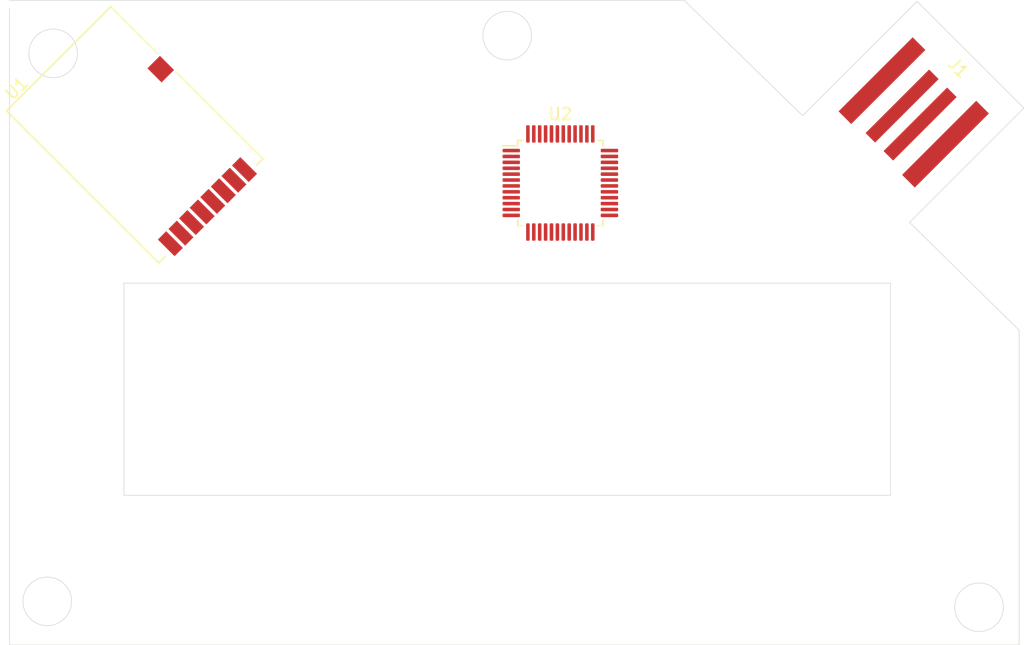
<source format=kicad_pcb>
(kicad_pcb (version 20171130) (host pcbnew 5.1.4)

  (general
    (thickness 1.6)
    (drawings 17)
    (tracks 0)
    (zones 0)
    (modules 3)
    (nets 62)
  )

  (page A4)
  (layers
    (0 F.Cu signal)
    (31 B.Cu signal)
    (32 B.Adhes user)
    (33 F.Adhes user)
    (34 B.Paste user)
    (35 F.Paste user)
    (36 B.SilkS user)
    (37 F.SilkS user)
    (38 B.Mask user)
    (39 F.Mask user)
    (40 Dwgs.User user)
    (41 Cmts.User user)
    (42 Eco1.User user)
    (43 Eco2.User user)
    (44 Edge.Cuts user)
    (45 Margin user)
    (46 B.CrtYd user)
    (47 F.CrtYd user)
    (48 B.Fab user)
    (49 F.Fab user)
  )

  (setup
    (last_trace_width 0.25)
    (trace_clearance 0.2)
    (zone_clearance 0.508)
    (zone_45_only no)
    (trace_min 0.2)
    (via_size 0.8)
    (via_drill 0.4)
    (via_min_size 0.4)
    (via_min_drill 0.3)
    (uvia_size 0.3)
    (uvia_drill 0.1)
    (uvias_allowed no)
    (uvia_min_size 0.2)
    (uvia_min_drill 0.1)
    (edge_width 0.05)
    (segment_width 0.2)
    (pcb_text_width 0.3)
    (pcb_text_size 1.5 1.5)
    (mod_edge_width 0.12)
    (mod_text_size 1 1)
    (mod_text_width 0.15)
    (pad_size 1.524 1.524)
    (pad_drill 0.762)
    (pad_to_mask_clearance 0.051)
    (solder_mask_min_width 0.25)
    (aux_axis_origin 0 0)
    (visible_elements FFFFFF7F)
    (pcbplotparams
      (layerselection 0x010fc_ffffffff)
      (usegerberextensions false)
      (usegerberattributes false)
      (usegerberadvancedattributes false)
      (creategerberjobfile false)
      (excludeedgelayer true)
      (linewidth 0.100000)
      (plotframeref false)
      (viasonmask false)
      (mode 1)
      (useauxorigin false)
      (hpglpennumber 1)
      (hpglpenspeed 20)
      (hpglpendiameter 15.000000)
      (psnegative false)
      (psa4output false)
      (plotreference true)
      (plotvalue true)
      (plotinvisibletext false)
      (padsonsilk false)
      (subtractmaskfromsilk false)
      (outputformat 1)
      (mirror false)
      (drillshape 1)
      (scaleselection 1)
      (outputdirectory ""))
  )

  (net 0 "")
  (net 1 "Net-(U1-Pad8)")
  (net 2 "Net-(U1-Pad7)")
  (net 3 "Net-(U1-Pad6)")
  (net 4 "Net-(U1-Pad5)")
  (net 5 "Net-(U1-Pad4)")
  (net 6 "Net-(U1-Pad3)")
  (net 7 "Net-(U1-Pad2)")
  (net 8 "Net-(U1-Pad1)")
  (net 9 "Net-(U2-Pad48)")
  (net 10 "Net-(U2-Pad47)")
  (net 11 "Net-(U2-Pad46)")
  (net 12 "Net-(U2-Pad45)")
  (net 13 "Net-(U2-Pad44)")
  (net 14 "Net-(U2-Pad43)")
  (net 15 "Net-(U2-Pad42)")
  (net 16 "Net-(U2-Pad41)")
  (net 17 "Net-(U2-Pad40)")
  (net 18 "Net-(U2-Pad39)")
  (net 19 "Net-(U2-Pad38)")
  (net 20 "Net-(U2-Pad37)")
  (net 21 "Net-(U2-Pad36)")
  (net 22 "Net-(U2-Pad35)")
  (net 23 "Net-(U2-Pad34)")
  (net 24 "Net-(U2-Pad33)")
  (net 25 "Net-(U2-Pad32)")
  (net 26 "Net-(U2-Pad31)")
  (net 27 "Net-(U2-Pad30)")
  (net 28 "Net-(U2-Pad29)")
  (net 29 "Net-(U2-Pad28)")
  (net 30 "Net-(U2-Pad27)")
  (net 31 "Net-(U2-Pad26)")
  (net 32 "Net-(U2-Pad25)")
  (net 33 "Net-(U2-Pad24)")
  (net 34 "Net-(U2-Pad23)")
  (net 35 "Net-(U2-Pad22)")
  (net 36 "Net-(U2-Pad21)")
  (net 37 "Net-(U2-Pad20)")
  (net 38 "Net-(U2-Pad19)")
  (net 39 "Net-(U2-Pad18)")
  (net 40 "Net-(U2-Pad17)")
  (net 41 "Net-(U2-Pad16)")
  (net 42 "Net-(U2-Pad15)")
  (net 43 "Net-(U2-Pad14)")
  (net 44 "Net-(U2-Pad13)")
  (net 45 "Net-(U2-Pad12)")
  (net 46 "Net-(U2-Pad11)")
  (net 47 "Net-(U2-Pad10)")
  (net 48 "Net-(U2-Pad9)")
  (net 49 "Net-(U2-Pad8)")
  (net 50 "Net-(U2-Pad7)")
  (net 51 "Net-(U2-Pad6)")
  (net 52 "Net-(U2-Pad5)")
  (net 53 "Net-(U2-Pad4)")
  (net 54 "Net-(U2-Pad3)")
  (net 55 "Net-(U2-Pad2)")
  (net 56 "Net-(U2-Pad1)")
  (net 57 "Net-(U1-Pad9)")
  (net 58 "Net-(J1-Pad3)")
  (net 59 "Net-(J1-Pad2)")
  (net 60 "Net-(J1-Pad1)")
  (net 61 "Net-(J1-Pad4)")

  (net_class Default "This is the default net class."
    (clearance 0.2)
    (trace_width 0.25)
    (via_dia 0.8)
    (via_drill 0.4)
    (uvia_dia 0.3)
    (uvia_drill 0.1)
    (add_net "Net-(J1-Pad1)")
    (add_net "Net-(J1-Pad2)")
    (add_net "Net-(J1-Pad3)")
    (add_net "Net-(J1-Pad4)")
    (add_net "Net-(U1-Pad1)")
    (add_net "Net-(U1-Pad2)")
    (add_net "Net-(U1-Pad3)")
    (add_net "Net-(U1-Pad4)")
    (add_net "Net-(U1-Pad5)")
    (add_net "Net-(U1-Pad6)")
    (add_net "Net-(U1-Pad7)")
    (add_net "Net-(U1-Pad8)")
    (add_net "Net-(U1-Pad9)")
    (add_net "Net-(U2-Pad1)")
    (add_net "Net-(U2-Pad10)")
    (add_net "Net-(U2-Pad11)")
    (add_net "Net-(U2-Pad12)")
    (add_net "Net-(U2-Pad13)")
    (add_net "Net-(U2-Pad14)")
    (add_net "Net-(U2-Pad15)")
    (add_net "Net-(U2-Pad16)")
    (add_net "Net-(U2-Pad17)")
    (add_net "Net-(U2-Pad18)")
    (add_net "Net-(U2-Pad19)")
    (add_net "Net-(U2-Pad2)")
    (add_net "Net-(U2-Pad20)")
    (add_net "Net-(U2-Pad21)")
    (add_net "Net-(U2-Pad22)")
    (add_net "Net-(U2-Pad23)")
    (add_net "Net-(U2-Pad24)")
    (add_net "Net-(U2-Pad25)")
    (add_net "Net-(U2-Pad26)")
    (add_net "Net-(U2-Pad27)")
    (add_net "Net-(U2-Pad28)")
    (add_net "Net-(U2-Pad29)")
    (add_net "Net-(U2-Pad3)")
    (add_net "Net-(U2-Pad30)")
    (add_net "Net-(U2-Pad31)")
    (add_net "Net-(U2-Pad32)")
    (add_net "Net-(U2-Pad33)")
    (add_net "Net-(U2-Pad34)")
    (add_net "Net-(U2-Pad35)")
    (add_net "Net-(U2-Pad36)")
    (add_net "Net-(U2-Pad37)")
    (add_net "Net-(U2-Pad38)")
    (add_net "Net-(U2-Pad39)")
    (add_net "Net-(U2-Pad4)")
    (add_net "Net-(U2-Pad40)")
    (add_net "Net-(U2-Pad41)")
    (add_net "Net-(U2-Pad42)")
    (add_net "Net-(U2-Pad43)")
    (add_net "Net-(U2-Pad44)")
    (add_net "Net-(U2-Pad45)")
    (add_net "Net-(U2-Pad46)")
    (add_net "Net-(U2-Pad47)")
    (add_net "Net-(U2-Pad48)")
    (add_net "Net-(U2-Pad5)")
    (add_net "Net-(U2-Pad6)")
    (add_net "Net-(U2-Pad7)")
    (add_net "Net-(U2-Pad8)")
    (add_net "Net-(U2-Pad9)")
  )

  (module Connector_USB:USB_A_Pads_On_PCB (layer F.Cu) (tedit 5DAC9093) (tstamp 5DAD00ED)
    (at 137.111846 61.36151 315)
    (descr "Footprint to be used as cost-less USB A connector")
    (tags "USB-A PCB USB")
    (path /5DAC935D)
    (attr virtual)
    (fp_text reference J1 (at 0 -12.192 135) (layer F.SilkS)
      (effects (font (size 1 1) (thickness 0.15)))
    )
    (fp_text value USB_A (at 0.254 2.286 135) (layer F.Fab)
      (effects (font (size 1 1) (thickness 0.15)))
    )
    (fp_line (start 6.35 0) (end -6.4565 0) (layer F.CrtYd) (width 0.05))
    (fp_line (start 6.0425 -0.071) (end 6.0325 -13.335) (layer Dwgs.User) (width 0.1))
    (fp_line (start -6.0325 0) (end -6.0325 -13.335) (layer Dwgs.User) (width 0.1))
    (fp_line (start 5.842 -0.254) (end -6.096 -0.254) (layer F.Fab) (width 0.1))
    (fp_line (start -6.096 -0.254) (end -6.096 -13.462) (layer F.Fab) (width 0.1))
    (fp_line (start 6.096 -0.254) (end 6.0885 -13.462) (layer F.Fab) (width 0.1))
    (fp_line (start 6.0885 -13.462) (end -6.096 -13.462) (layer F.Fab) (width 0.1))
    (fp_line (start -6.0325 -13.335) (end 6.0325 -13.335) (layer Dwgs.User) (width 0.1))
    (fp_text user "PCB Edge" (at 0.05 -14.5195 135) (layer Dwgs.User)
      (effects (font (size 0.6 0.6) (thickness 0.09)))
    )
    (fp_line (start -6.4565 0) (end -6.4565 -13.716) (layer F.CrtYd) (width 0.05))
    (fp_line (start 6.35 -13.716) (end -6.4565 -13.716) (layer F.CrtYd) (width 0.05))
    (fp_text user %R (at 3.81 1.016 315) (layer F.Fab)
      (effects (font (size 1 1) (thickness 0.15)))
    )
    (fp_line (start 6.35 0) (end 6.35 -13.716) (layer F.CrtYd) (width 0.05))
    (pad 3 smd rect (at 1.0795 -6.5405 315) (size 1.143 7.62) (layers F.Cu F.Paste F.Mask)
      (net 58 "Net-(J1-Pad3)"))
    (pad 2 smd rect (at -1.0795 -6.5405 315) (size 1.143 7.62) (layers F.Cu F.Paste F.Mask)
      (net 59 "Net-(J1-Pad2)"))
    (pad 1 smd rect (at -3.81 -6.858 315) (size 1.524 8.89) (layers F.Cu F.Paste F.Mask)
      (net 60 "Net-(J1-Pad1)"))
    (pad 4 smd rect (at 3.81 -6.858 315) (size 1.524 8.89) (layers F.Cu F.Paste F.Mask)
      (net 61 "Net-(J1-Pad4)"))
    (model ${KISYS3DMOD}/Connector_USB.3dshapes/USB_A_CNCTech_1001-011-01101_Horizontal.wrl
      (at (xyz 0 0 0))
      (scale (xyz 1 1 1))
      (rotate (xyz 0 0 0))
    )
  )

  (module RF_Module:nRF24L01_Breakout_Smd (layer F.Cu) (tedit 5DAC5F83) (tstamp 5DAC6705)
    (at 76 58.5 45)
    (descr "Wi-Fi Module, http://wiki.ai-thinker.com/_media/esp8266/docs/a007ps01a2_esp-07_product_specification_v1.2.pdf")
    (tags "Wi-Fi Module")
    (path /5DAD72F4)
    (attr smd)
    (fp_text reference U1 (at -4.3 -10 45) (layer F.SilkS)
      (effects (font (size 1 1) (thickness 0.15)))
    )
    (fp_text value NRF24L01_Breakout_Smd (at 0 11 45) (layer F.Fab)
      (effects (font (size 1 1) (thickness 0.15)))
    )
    (fp_line (start -5.5 9) (end -6.25 9) (layer F.SilkS) (width 0.12))
    (fp_line (start -6 -9) (end 6 -9) (layer F.Fab) (width 0.1))
    (fp_line (start 6.25 -9.25) (end -6.25 -9.25) (layer F.SilkS) (width 0.12))
    (fp_line (start 6.25 -3.6) (end 6.25 -9.25) (layer F.SilkS) (width 0.12))
    (fp_line (start -6.25 9) (end -6.25 -9.25) (layer F.SilkS) (width 0.12))
    (fp_line (start 6.25 9) (end 5.5 9) (layer F.SilkS) (width 0.12))
    (fp_line (start 6.25 -1.4) (end 6.25 9) (layer F.SilkS) (width 0.12))
    (fp_line (start -6.25 9.85) (end -6.25 -9.25) (layer F.CrtYd) (width 0.05))
    (fp_line (start 6.25 9.85) (end -6.25 9.85) (layer F.CrtYd) (width 0.05))
    (fp_line (start 6.25 -9.25) (end 6.25 9.85) (layer F.CrtYd) (width 0.05))
    (fp_line (start -6.25 -9.25) (end 6.25 -9.25) (layer F.CrtYd) (width 0.05))
    (fp_line (start -6 9) (end -6 -9) (layer F.Fab) (width 0.1))
    (fp_line (start 6 9) (end 6 -9) (layer F.Fab) (width 0.1))
    (fp_line (start -6 9) (end 6 9) (layer F.Fab) (width 0.1))
    (fp_text user %R (at 0 0 45) (layer F.Fab)
      (effects (font (size 1 1) (thickness 0.15)))
    )
    (pad 9 smd rect (at 5.5 -2.5 45) (size 1.5 1.7) (layers F.Cu F.Paste F.Mask)
      (net 57 "Net-(U1-Pad9)"))
    (pad 1 smd rect (at -4.395 8.55 45) (size 1 2) (layers F.Cu F.Paste F.Mask)
      (net 8 "Net-(U1-Pad1)"))
    (pad 2 smd rect (at -3.125 8.55 45) (size 1 2) (layers F.Cu F.Paste F.Mask)
      (net 7 "Net-(U1-Pad2)"))
    (pad 3 smd rect (at -1.855 8.55 45) (size 1 2) (layers F.Cu F.Paste F.Mask)
      (net 6 "Net-(U1-Pad3)"))
    (pad 4 smd rect (at -0.585 8.55 45) (size 1 2) (layers F.Cu F.Paste F.Mask)
      (net 5 "Net-(U1-Pad4)"))
    (pad 5 smd rect (at 0.685 8.55 45) (size 1 2) (layers F.Cu F.Paste F.Mask)
      (net 4 "Net-(U1-Pad5)"))
    (pad 6 smd rect (at 1.955 8.55 45) (size 1 2) (layers F.Cu F.Paste F.Mask)
      (net 3 "Net-(U1-Pad6)"))
    (pad 7 smd rect (at 3.225 8.55 45) (size 1 2) (layers F.Cu F.Paste F.Mask)
      (net 2 "Net-(U1-Pad7)"))
    (pad 8 smd rect (at 4.495 8.55 45) (size 1 2) (layers F.Cu F.Paste F.Mask)
      (net 1 "Net-(U1-Pad8)"))
    (model ${KISYS3DMOD}/RF_Module.3dshapes/ESP-07.wrl
      (at (xyz 0 0 0))
      (scale (xyz 1 1 1))
      (rotate (xyz 0 0 0))
    )
  )

  (module Package_QFP:LQFP-48_7x7mm_P0.5mm (layer F.Cu) (tedit 5C18330E) (tstamp 5D9A7F0B)
    (at 112 62.5)
    (descr "LQFP, 48 Pin (https://www.analog.com/media/en/technical-documentation/data-sheets/ltc2358-16.pdf), generated with kicad-footprint-generator ipc_gullwing_generator.py")
    (tags "LQFP QFP")
    (path /5D9B1A7A)
    (attr smd)
    (fp_text reference U2 (at 0 -5.85) (layer F.SilkS)
      (effects (font (size 1 1) (thickness 0.15)))
    )
    (fp_text value STM32F070CBTx (at 0 5.85) (layer F.Fab)
      (effects (font (size 1 1) (thickness 0.15)))
    )
    (fp_text user %R (at -1.5 1.5) (layer F.Fab)
      (effects (font (size 1 1) (thickness 0.15)))
    )
    (fp_line (start 5.15 3.15) (end 5.15 0) (layer F.CrtYd) (width 0.05))
    (fp_line (start 3.75 3.15) (end 5.15 3.15) (layer F.CrtYd) (width 0.05))
    (fp_line (start 3.75 3.75) (end 3.75 3.15) (layer F.CrtYd) (width 0.05))
    (fp_line (start 3.15 3.75) (end 3.75 3.75) (layer F.CrtYd) (width 0.05))
    (fp_line (start 3.15 5.15) (end 3.15 3.75) (layer F.CrtYd) (width 0.05))
    (fp_line (start 0 5.15) (end 3.15 5.15) (layer F.CrtYd) (width 0.05))
    (fp_line (start -5.15 3.15) (end -5.15 0) (layer F.CrtYd) (width 0.05))
    (fp_line (start -3.75 3.15) (end -5.15 3.15) (layer F.CrtYd) (width 0.05))
    (fp_line (start -3.75 3.75) (end -3.75 3.15) (layer F.CrtYd) (width 0.05))
    (fp_line (start -3.15 3.75) (end -3.75 3.75) (layer F.CrtYd) (width 0.05))
    (fp_line (start -3.15 5.15) (end -3.15 3.75) (layer F.CrtYd) (width 0.05))
    (fp_line (start 0 5.15) (end -3.15 5.15) (layer F.CrtYd) (width 0.05))
    (fp_line (start 5.15 -3.15) (end 5.15 0) (layer F.CrtYd) (width 0.05))
    (fp_line (start 3.75 -3.15) (end 5.15 -3.15) (layer F.CrtYd) (width 0.05))
    (fp_line (start 3.75 -3.75) (end 3.75 -3.15) (layer F.CrtYd) (width 0.05))
    (fp_line (start 3.15 -3.75) (end 3.75 -3.75) (layer F.CrtYd) (width 0.05))
    (fp_line (start 3.15 -5.15) (end 3.15 -3.75) (layer F.CrtYd) (width 0.05))
    (fp_line (start 0 -5.15) (end 3.15 -5.15) (layer F.CrtYd) (width 0.05))
    (fp_line (start -5.15 -3.15) (end -5.15 0) (layer F.CrtYd) (width 0.05))
    (fp_line (start -3.75 -3.15) (end -5.15 -3.15) (layer F.CrtYd) (width 0.05))
    (fp_line (start -3.75 -3.75) (end -3.75 -3.15) (layer F.CrtYd) (width 0.05))
    (fp_line (start -3.15 -3.75) (end -3.75 -3.75) (layer F.CrtYd) (width 0.05))
    (fp_line (start -3.15 -5.15) (end -3.15 -3.75) (layer F.CrtYd) (width 0.05))
    (fp_line (start 0 -5.15) (end -3.15 -5.15) (layer F.CrtYd) (width 0.05))
    (fp_line (start -3.5 -2.5) (end -2.5 -3.5) (layer F.Fab) (width 0.1))
    (fp_line (start -3.5 3.5) (end -3.5 -2.5) (layer F.Fab) (width 0.1))
    (fp_line (start 3.5 3.5) (end -3.5 3.5) (layer F.Fab) (width 0.1))
    (fp_line (start 3.5 -3.5) (end 3.5 3.5) (layer F.Fab) (width 0.1))
    (fp_line (start -2.5 -3.5) (end 3.5 -3.5) (layer F.Fab) (width 0.1))
    (fp_line (start -3.61 -3.16) (end -4.9 -3.16) (layer F.SilkS) (width 0.12))
    (fp_line (start -3.61 -3.61) (end -3.61 -3.16) (layer F.SilkS) (width 0.12))
    (fp_line (start -3.16 -3.61) (end -3.61 -3.61) (layer F.SilkS) (width 0.12))
    (fp_line (start 3.61 -3.61) (end 3.61 -3.16) (layer F.SilkS) (width 0.12))
    (fp_line (start 3.16 -3.61) (end 3.61 -3.61) (layer F.SilkS) (width 0.12))
    (fp_line (start -3.61 3.61) (end -3.61 3.16) (layer F.SilkS) (width 0.12))
    (fp_line (start -3.16 3.61) (end -3.61 3.61) (layer F.SilkS) (width 0.12))
    (fp_line (start 3.61 3.61) (end 3.61 3.16) (layer F.SilkS) (width 0.12))
    (fp_line (start 3.16 3.61) (end 3.61 3.61) (layer F.SilkS) (width 0.12))
    (pad 48 smd roundrect (at -2.75 -4.1625) (size 0.3 1.475) (layers F.Cu F.Paste F.Mask) (roundrect_rratio 0.25)
      (net 9 "Net-(U2-Pad48)"))
    (pad 47 smd roundrect (at -2.25 -4.1625) (size 0.3 1.475) (layers F.Cu F.Paste F.Mask) (roundrect_rratio 0.25)
      (net 10 "Net-(U2-Pad47)"))
    (pad 46 smd roundrect (at -1.75 -4.1625) (size 0.3 1.475) (layers F.Cu F.Paste F.Mask) (roundrect_rratio 0.25)
      (net 11 "Net-(U2-Pad46)"))
    (pad 45 smd roundrect (at -1.25 -4.1625) (size 0.3 1.475) (layers F.Cu F.Paste F.Mask) (roundrect_rratio 0.25)
      (net 12 "Net-(U2-Pad45)"))
    (pad 44 smd roundrect (at -0.75 -4.1625) (size 0.3 1.475) (layers F.Cu F.Paste F.Mask) (roundrect_rratio 0.25)
      (net 13 "Net-(U2-Pad44)"))
    (pad 43 smd roundrect (at -0.25 -4.1625) (size 0.3 1.475) (layers F.Cu F.Paste F.Mask) (roundrect_rratio 0.25)
      (net 14 "Net-(U2-Pad43)"))
    (pad 42 smd roundrect (at 0.25 -4.1625) (size 0.3 1.475) (layers F.Cu F.Paste F.Mask) (roundrect_rratio 0.25)
      (net 15 "Net-(U2-Pad42)"))
    (pad 41 smd roundrect (at 0.75 -4.1625) (size 0.3 1.475) (layers F.Cu F.Paste F.Mask) (roundrect_rratio 0.25)
      (net 16 "Net-(U2-Pad41)"))
    (pad 40 smd roundrect (at 1.25 -4.1625) (size 0.3 1.475) (layers F.Cu F.Paste F.Mask) (roundrect_rratio 0.25)
      (net 17 "Net-(U2-Pad40)"))
    (pad 39 smd roundrect (at 1.75 -4.1625) (size 0.3 1.475) (layers F.Cu F.Paste F.Mask) (roundrect_rratio 0.25)
      (net 18 "Net-(U2-Pad39)"))
    (pad 38 smd roundrect (at 2.25 -4.1625) (size 0.3 1.475) (layers F.Cu F.Paste F.Mask) (roundrect_rratio 0.25)
      (net 19 "Net-(U2-Pad38)"))
    (pad 37 smd roundrect (at 2.75 -4.1625) (size 0.3 1.475) (layers F.Cu F.Paste F.Mask) (roundrect_rratio 0.25)
      (net 20 "Net-(U2-Pad37)"))
    (pad 36 smd roundrect (at 4.1625 -2.75) (size 1.475 0.3) (layers F.Cu F.Paste F.Mask) (roundrect_rratio 0.25)
      (net 21 "Net-(U2-Pad36)"))
    (pad 35 smd roundrect (at 4.1625 -2.25) (size 1.475 0.3) (layers F.Cu F.Paste F.Mask) (roundrect_rratio 0.25)
      (net 22 "Net-(U2-Pad35)"))
    (pad 34 smd roundrect (at 4.1625 -1.75) (size 1.475 0.3) (layers F.Cu F.Paste F.Mask) (roundrect_rratio 0.25)
      (net 23 "Net-(U2-Pad34)"))
    (pad 33 smd roundrect (at 4.1625 -1.25) (size 1.475 0.3) (layers F.Cu F.Paste F.Mask) (roundrect_rratio 0.25)
      (net 24 "Net-(U2-Pad33)"))
    (pad 32 smd roundrect (at 4.1625 -0.75) (size 1.475 0.3) (layers F.Cu F.Paste F.Mask) (roundrect_rratio 0.25)
      (net 25 "Net-(U2-Pad32)"))
    (pad 31 smd roundrect (at 4.1625 -0.25) (size 1.475 0.3) (layers F.Cu F.Paste F.Mask) (roundrect_rratio 0.25)
      (net 26 "Net-(U2-Pad31)"))
    (pad 30 smd roundrect (at 4.1625 0.25) (size 1.475 0.3) (layers F.Cu F.Paste F.Mask) (roundrect_rratio 0.25)
      (net 27 "Net-(U2-Pad30)"))
    (pad 29 smd roundrect (at 4.1625 0.75) (size 1.475 0.3) (layers F.Cu F.Paste F.Mask) (roundrect_rratio 0.25)
      (net 28 "Net-(U2-Pad29)"))
    (pad 28 smd roundrect (at 4.1625 1.25) (size 1.475 0.3) (layers F.Cu F.Paste F.Mask) (roundrect_rratio 0.25)
      (net 29 "Net-(U2-Pad28)"))
    (pad 27 smd roundrect (at 4.1625 1.75) (size 1.475 0.3) (layers F.Cu F.Paste F.Mask) (roundrect_rratio 0.25)
      (net 30 "Net-(U2-Pad27)"))
    (pad 26 smd roundrect (at 4.1625 2.25) (size 1.475 0.3) (layers F.Cu F.Paste F.Mask) (roundrect_rratio 0.25)
      (net 31 "Net-(U2-Pad26)"))
    (pad 25 smd roundrect (at 4.1625 2.75) (size 1.475 0.3) (layers F.Cu F.Paste F.Mask) (roundrect_rratio 0.25)
      (net 32 "Net-(U2-Pad25)"))
    (pad 24 smd roundrect (at 2.75 4.1625) (size 0.3 1.475) (layers F.Cu F.Paste F.Mask) (roundrect_rratio 0.25)
      (net 33 "Net-(U2-Pad24)"))
    (pad 23 smd roundrect (at 2.25 4.1625) (size 0.3 1.475) (layers F.Cu F.Paste F.Mask) (roundrect_rratio 0.25)
      (net 34 "Net-(U2-Pad23)"))
    (pad 22 smd roundrect (at 1.75 4.1625) (size 0.3 1.475) (layers F.Cu F.Paste F.Mask) (roundrect_rratio 0.25)
      (net 35 "Net-(U2-Pad22)"))
    (pad 21 smd roundrect (at 1.25 4.1625) (size 0.3 1.475) (layers F.Cu F.Paste F.Mask) (roundrect_rratio 0.25)
      (net 36 "Net-(U2-Pad21)"))
    (pad 20 smd roundrect (at 0.75 4.1625) (size 0.3 1.475) (layers F.Cu F.Paste F.Mask) (roundrect_rratio 0.25)
      (net 37 "Net-(U2-Pad20)"))
    (pad 19 smd roundrect (at 0.25 4.1625) (size 0.3 1.475) (layers F.Cu F.Paste F.Mask) (roundrect_rratio 0.25)
      (net 38 "Net-(U2-Pad19)"))
    (pad 18 smd roundrect (at -0.25 4.1625) (size 0.3 1.475) (layers F.Cu F.Paste F.Mask) (roundrect_rratio 0.25)
      (net 39 "Net-(U2-Pad18)"))
    (pad 17 smd roundrect (at -0.75 4.1625) (size 0.3 1.475) (layers F.Cu F.Paste F.Mask) (roundrect_rratio 0.25)
      (net 40 "Net-(U2-Pad17)"))
    (pad 16 smd roundrect (at -1.25 4.1625) (size 0.3 1.475) (layers F.Cu F.Paste F.Mask) (roundrect_rratio 0.25)
      (net 41 "Net-(U2-Pad16)"))
    (pad 15 smd roundrect (at -1.75 4.1625) (size 0.3 1.475) (layers F.Cu F.Paste F.Mask) (roundrect_rratio 0.25)
      (net 42 "Net-(U2-Pad15)"))
    (pad 14 smd roundrect (at -2.25 4.1625) (size 0.3 1.475) (layers F.Cu F.Paste F.Mask) (roundrect_rratio 0.25)
      (net 43 "Net-(U2-Pad14)"))
    (pad 13 smd roundrect (at -2.75 4.1625) (size 0.3 1.475) (layers F.Cu F.Paste F.Mask) (roundrect_rratio 0.25)
      (net 44 "Net-(U2-Pad13)"))
    (pad 12 smd roundrect (at -4.1625 2.75) (size 1.475 0.3) (layers F.Cu F.Paste F.Mask) (roundrect_rratio 0.25)
      (net 45 "Net-(U2-Pad12)"))
    (pad 11 smd roundrect (at -4.1625 2.25) (size 1.475 0.3) (layers F.Cu F.Paste F.Mask) (roundrect_rratio 0.25)
      (net 46 "Net-(U2-Pad11)"))
    (pad 10 smd roundrect (at -4.1625 1.75) (size 1.475 0.3) (layers F.Cu F.Paste F.Mask) (roundrect_rratio 0.25)
      (net 47 "Net-(U2-Pad10)"))
    (pad 9 smd roundrect (at -4.1625 1.25) (size 1.475 0.3) (layers F.Cu F.Paste F.Mask) (roundrect_rratio 0.25)
      (net 48 "Net-(U2-Pad9)"))
    (pad 8 smd roundrect (at -4.1625 0.75) (size 1.475 0.3) (layers F.Cu F.Paste F.Mask) (roundrect_rratio 0.25)
      (net 49 "Net-(U2-Pad8)"))
    (pad 7 smd roundrect (at -4.1625 0.25) (size 1.475 0.3) (layers F.Cu F.Paste F.Mask) (roundrect_rratio 0.25)
      (net 50 "Net-(U2-Pad7)"))
    (pad 6 smd roundrect (at -4.1625 -0.25) (size 1.475 0.3) (layers F.Cu F.Paste F.Mask) (roundrect_rratio 0.25)
      (net 51 "Net-(U2-Pad6)"))
    (pad 5 smd roundrect (at -4.1625 -0.75) (size 1.475 0.3) (layers F.Cu F.Paste F.Mask) (roundrect_rratio 0.25)
      (net 52 "Net-(U2-Pad5)"))
    (pad 4 smd roundrect (at -4.1625 -1.25) (size 1.475 0.3) (layers F.Cu F.Paste F.Mask) (roundrect_rratio 0.25)
      (net 53 "Net-(U2-Pad4)"))
    (pad 3 smd roundrect (at -4.1625 -1.75) (size 1.475 0.3) (layers F.Cu F.Paste F.Mask) (roundrect_rratio 0.25)
      (net 54 "Net-(U2-Pad3)"))
    (pad 2 smd roundrect (at -4.1625 -2.25) (size 1.475 0.3) (layers F.Cu F.Paste F.Mask) (roundrect_rratio 0.25)
      (net 55 "Net-(U2-Pad2)"))
    (pad 1 smd roundrect (at -4.1625 -2.75) (size 1.475 0.3) (layers F.Cu F.Paste F.Mask) (roundrect_rratio 0.25)
      (net 56 "Net-(U2-Pad1)"))
    (model ${KISYS3DMOD}/Package_QFP.3dshapes/LQFP-48_7x7mm_P0.5mm.wrl
      (at (xyz 0 0 0))
      (scale (xyz 1 1 1))
      (rotate (xyz 0 0 0))
    )
  )

  (gr_line (start 132.541539 56.79189) (end 122.5 47) (layer Edge.Cuts) (width 0.05))
  (gr_line (start 142.242377 47.095073) (end 132.541539 56.79189) (layer Edge.Cuts) (width 0.05))
  (gr_line (start 65.3 47) (end 122.5 47) (layer Edge.Cuts) (width 0.05))
  (gr_line (start 151.297587 56.150283) (end 142.242377 47.095073) (layer Edge.Cuts) (width 0.05))
  (gr_line (start 141.609861 65.843594) (end 151.297587 56.150283) (layer Edge.Cuts) (width 0.05))
  (gr_line (start 150.9 75) (end 141.609861 65.843594) (layer Edge.Cuts) (width 0.05))
  (gr_circle (center 147.5 98.5) (end 149.5 98) (layer Edge.Cuts) (width 0.05) (tstamp 5D9A7DAF))
  (gr_circle (center 68.5 98) (end 70.5 97.5) (layer Edge.Cuts) (width 0.05) (tstamp 5D9A7DAF))
  (gr_circle (center 69 51.5) (end 71 51) (layer Edge.Cuts) (width 0.05) (tstamp 5D9A7DAF))
  (gr_circle (center 107.5 50) (end 109.5 49.5) (layer Edge.Cuts) (width 0.05))
  (gr_line (start 75 71) (end 75 89) (layer Edge.Cuts) (width 0.05) (tstamp 5D9A7CB2))
  (gr_line (start 140 71) (end 75 71) (layer Edge.Cuts) (width 0.05))
  (gr_line (start 140 89) (end 140 71) (layer Edge.Cuts) (width 0.05))
  (gr_line (start 75 89) (end 140 89) (layer Edge.Cuts) (width 0.05))
  (gr_line (start 150.9 101.7) (end 65.3 101.7) (layer Edge.Cuts) (width 0.05) (tstamp 5D9A7B8F))
  (gr_line (start 65.3 101.7) (end 65.3 47.7) (layer Edge.Cuts) (width 0.05) (tstamp 5D9A7B8E))
  (gr_line (start 150.9 75) (end 150.9 101.7) (layer Edge.Cuts) (width 0.05))

)

</source>
